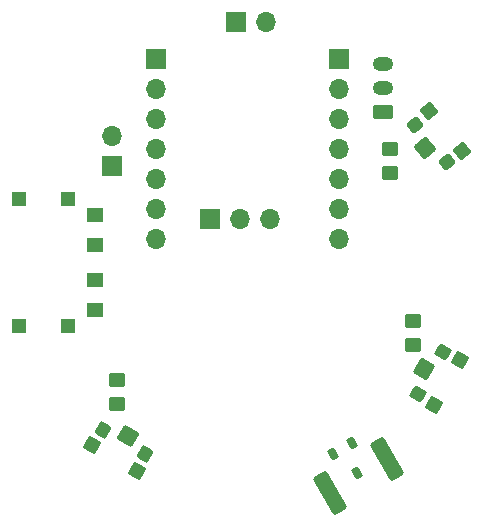
<source format=gbr>
%TF.GenerationSoftware,KiCad,Pcbnew,9.0.0*%
%TF.CreationDate,2025-06-04T23:05:04+02:00*%
%TF.ProjectId,SI4684,53493436-3834-42e6-9b69-6361645f7063,A*%
%TF.SameCoordinates,Original*%
%TF.FileFunction,Soldermask,Bot*%
%TF.FilePolarity,Negative*%
%FSLAX46Y46*%
G04 Gerber Fmt 4.6, Leading zero omitted, Abs format (unit mm)*
G04 Created by KiCad (PCBNEW 9.0.0) date 2025-06-04 23:05:04*
%MOMM*%
%LPD*%
G01*
G04 APERTURE LIST*
G04 Aperture macros list*
%AMRoundRect*
0 Rectangle with rounded corners*
0 $1 Rounding radius*
0 $2 $3 $4 $5 $6 $7 $8 $9 X,Y pos of 4 corners*
0 Add a 4 corners polygon primitive as box body*
4,1,4,$2,$3,$4,$5,$6,$7,$8,$9,$2,$3,0*
0 Add four circle primitives for the rounded corners*
1,1,$1+$1,$2,$3*
1,1,$1+$1,$4,$5*
1,1,$1+$1,$6,$7*
1,1,$1+$1,$8,$9*
0 Add four rect primitives between the rounded corners*
20,1,$1+$1,$2,$3,$4,$5,0*
20,1,$1+$1,$4,$5,$6,$7,0*
20,1,$1+$1,$6,$7,$8,$9,0*
20,1,$1+$1,$8,$9,$2,$3,0*%
G04 Aperture macros list end*
%ADD10R,1.300000X1.200000*%
%ADD11R,1.400000X1.300000*%
%ADD12RoundRect,0.250000X0.450000X-0.350000X0.450000X0.350000X-0.450000X0.350000X-0.450000X-0.350000X0*%
%ADD13RoundRect,0.250000X0.431939X-1.598141X1.168061X-1.173141X-0.431939X1.598141X-1.168061X1.173141X0*%
%ADD14RoundRect,0.250000X0.625000X-0.350000X0.625000X0.350000X-0.625000X0.350000X-0.625000X-0.350000X0*%
%ADD15O,1.750000X1.200000*%
%ADD16R,1.700000X1.700000*%
%ADD17O,1.700000X1.700000*%
%ADD18RoundRect,0.165000X0.550920X0.184221X-0.115920X0.569221X-0.550920X-0.184221X0.115920X-0.569221X0*%
%ADD19RoundRect,0.180000X0.573731X0.153731X-0.153731X0.573731X-0.573731X-0.153731X0.153731X-0.573731X0*%
%ADD20C,0.950000*%
%ADD21RoundRect,0.210000X0.712654X0.154352X-0.222654X0.694352X-0.712654X-0.154352X0.222654X-0.694352X0*%
%ADD22RoundRect,0.175000X-0.314054X0.193958X0.010946X-0.368958X0.314054X-0.193958X-0.010946X0.368958X0*%
%ADD23RoundRect,0.165000X-0.580703X0.015315X-0.085756X-0.574540X0.580703X-0.015315X0.085756X0.574540X0*%
%ADD24RoundRect,0.180000X-0.591709X0.051768X-0.051768X-0.591709X0.591709X-0.051768X0.051768X0.591709X0*%
%ADD25RoundRect,0.210000X-0.722467X0.098698X-0.028256X-0.728630X0.722467X-0.098698X0.028256X0.728630X0*%
%ADD26RoundRect,0.165000X-0.184221X0.550920X-0.569221X-0.115920X0.184221X-0.550920X0.569221X0.115920X0*%
%ADD27RoundRect,0.180000X-0.153731X0.573731X-0.573731X-0.153731X0.153731X-0.573731X0.573731X0.153731X0*%
%ADD28RoundRect,0.210000X-0.154352X0.712654X-0.694352X-0.222654X0.154352X-0.712654X0.694352X0.222654X0*%
%ADD29RoundRect,0.250000X-0.450000X0.350000X-0.450000X-0.350000X0.450000X-0.350000X0.450000X0.350000X0*%
G04 APERTURE END LIST*
D10*
%TO.C,U12*%
X84700000Y-105690000D03*
X80600000Y-105690000D03*
X80600000Y-94890000D03*
X84700000Y-94890000D03*
D11*
X87000000Y-96290000D03*
X87000000Y-104290000D03*
X87000000Y-101765000D03*
X87000000Y-98815000D03*
%TD*%
D12*
%TO.C,R28*%
X111995000Y-92701000D03*
X111995000Y-90701000D03*
%TD*%
D13*
%TO.C,AE1*%
X106890000Y-119790000D03*
X111783044Y-116965001D03*
%TD*%
D14*
%TO.C,J3*%
X111380000Y-87530000D03*
D15*
X111380000Y-85530000D03*
X111380000Y-83530000D03*
%TD*%
D16*
%TO.C,J8*%
X88460000Y-92170000D03*
D17*
X88460000Y-89630000D03*
%TD*%
D18*
%TO.C,SW4*%
X91280607Y-116539358D03*
X87729902Y-114489359D03*
D19*
X90610512Y-117999999D03*
D20*
X90635510Y-117956697D03*
D21*
X89817754Y-114973093D03*
D19*
X86800000Y-115800000D03*
D20*
X86824998Y-115756699D03*
%TD*%
D22*
%TO.C,D1*%
X107150000Y-116520001D03*
X108795448Y-115570001D03*
X109172723Y-118123462D03*
%TD*%
D16*
%TO.C,J1*%
X96790000Y-96640000D03*
D17*
X99330000Y-96640000D03*
X101870000Y-96640000D03*
%TD*%
D23*
%TO.C,SW5*%
X114152480Y-88642772D03*
X116787911Y-91783553D03*
D20*
X115243432Y-87531543D03*
D24*
X115281736Y-87499405D03*
D25*
X114991418Y-90614904D03*
D24*
X118110000Y-90870000D03*
D20*
X118071697Y-90902140D03*
%TD*%
D26*
%TO.C,SW6*%
X116447325Y-107852148D03*
X114397324Y-111402853D03*
D20*
X117864662Y-108497242D03*
D27*
X117907963Y-108522244D03*
D28*
X114881058Y-109315000D03*
D20*
X115664664Y-112307755D03*
D27*
X115707964Y-112332756D03*
%TD*%
D12*
%TO.C,R29*%
X113920000Y-107270000D03*
X113920000Y-105270000D03*
%TD*%
D16*
%TO.C,J7*%
X98960000Y-79950000D03*
D17*
X101500000Y-79950000D03*
%TD*%
D16*
%TO.C,J6*%
X107649697Y-83050000D03*
D17*
X107649697Y-85590000D03*
X107649697Y-88130000D03*
X107649697Y-90670000D03*
X107649697Y-93210000D03*
X107649697Y-95750000D03*
X107649697Y-98290000D03*
%TD*%
D16*
%TO.C,J5*%
X92149697Y-83050000D03*
D17*
X92149697Y-85590000D03*
X92149697Y-88130000D03*
X92149697Y-90670000D03*
X92149697Y-93210000D03*
X92149697Y-95750000D03*
X92149697Y-98290000D03*
%TD*%
D29*
%TO.C,R27*%
X88840000Y-110265000D03*
X88840000Y-112265000D03*
%TD*%
M02*

</source>
